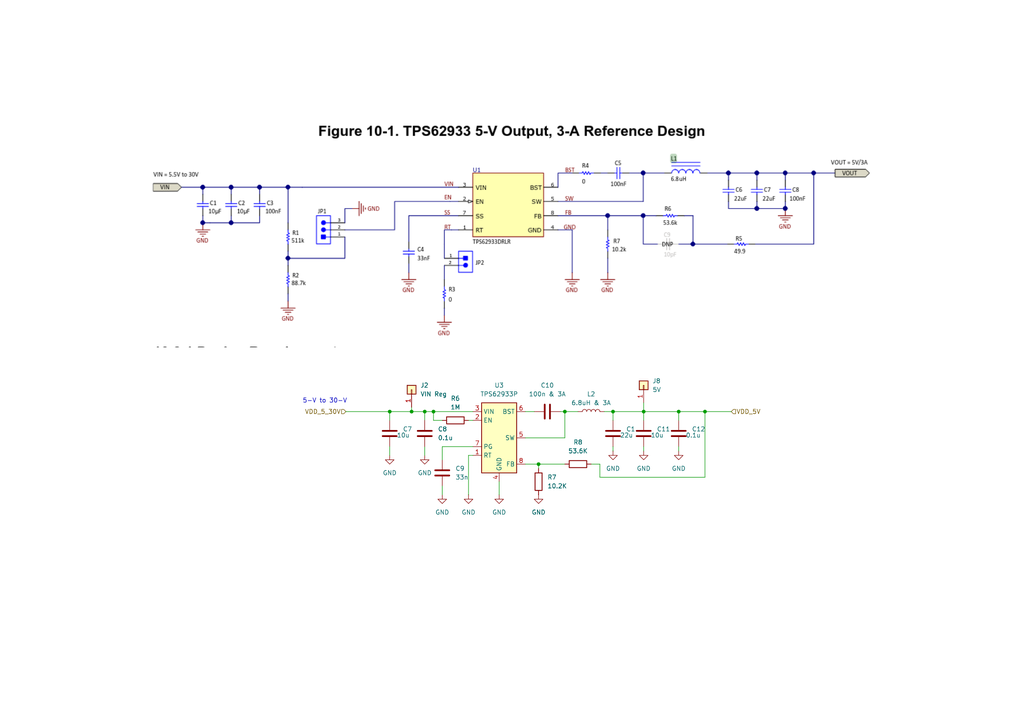
<source format=kicad_sch>
(kicad_sch (version 20231120) (generator "eeschema") (generator_version "8.0")
  (paper "A4")
  (lib_symbols
    (symbol "Connector_Generic:Conn_01x01" (pin_names (offset 1.016) hide)
      (property "Reference" "J" (at 0 2.54 0))
      (property "Value" "Conn_01x01" (at 0 -2.54 0))
      (symbol "Conn_01x01_1_1"
        (rectangle (start -1.27 0.127) (end 0 -0.127) (stroke (width 0.1524)))
        (rectangle (start -1.27 1.27) (end 1.27 -1.27) (stroke (width 0.254)) (fill (type background)))
        (pin passive line (at -5.08 0 0) (length 3.81) (name "Pin_1") (number "1"))
      )
    )
    (symbol "Device:C" (pin_numbers hide) (pin_names (offset 0.254))
      (property "Reference" "C" (at 0.635 2.54 0))
      (property "Value" "C" (at 0.635 -2.54 0))
      (symbol "C_0_1"
        (polyline (pts (xy -2.032 -0.762) (xy 2.032 -0.762)) (stroke (width 0.508)))
        (polyline (pts (xy -2.032 0.762) (xy 2.032 0.762)) (stroke (width 0.508)))
      )
      (symbol "C_1_1"
        (pin passive line (at 0 3.81 270) (length 2.794) (name "~") (number "1"))
        (pin passive line (at 0 -3.81 90) (length 2.794) (name "~") (number "2"))
      )
    )
    (symbol "Device:L" (pin_numbers hide) (pin_names (offset 1.016) hide)
      (property "Reference" "L" (at -1.27 0 90))
      (property "Value" "L" (at 1.905 0 90))
      (symbol "L_0_1"
        (arc (start 0 -2.54) (mid 0.6323 -1.905) (end 0 -1.27))
        (arc (start 0 -1.27) (mid 0.6323 -0.635) (end 0 0))
        (arc (start 0 0) (mid 0.6323 0.635) (end 0 1.27))
        (arc (start 0 1.27) (mid 0.6323 1.905) (end 0 2.54))
      )
      (symbol "L_1_1"
        (pin passive line (at 0 3.81 270) (length 1.27) (name "1") (number "1"))
        (pin passive line (at 0 -3.81 90) (length 1.27) (name "2") (number "2"))
      )
    )
    (symbol "Device:R" (pin_numbers hide) (pin_names (offset 0))
      (property "Reference" "R" (at 2.032 0 90))
      (property "Value" "R" (at 0 0 90))
      (symbol "R_0_1"
        (rectangle (start -1.016 -2.54) (end 1.016 2.54) (stroke (width 0.254)))
      )
      (symbol "R_1_1"
        (pin passive line (at 0 3.81 270) (length 1.27) (name "~") (number "1"))
        (pin passive line (at 0 -3.81 90) (length 1.27) (name "~") (number "2"))
      )
    )
    (symbol "Regulator_Switching:TPS62933P"
      (property "Reference" "U" (at 0 13.97 0))
      (property "Value" "TPS62933P" (at 0 11.43 0))
      (symbol "TPS62933P_0_1"
        (rectangle (start -5.08 10.16) (end 5.08 -10.16) (stroke (width 0.254)) (fill (type background)))
      )
      (symbol "TPS62933P_1_1"
        (pin passive line (at -7.62 -5.08 0) (length 2.54) (name "RT") (number "1"))
        (pin input line (at -7.62 5.08 0) (length 2.54) (name "EN") (number "2"))
        (pin power_in line (at -7.62 7.62 0) (length 2.54) (name "VIN") (number "3"))
        (pin power_in line (at 0 -12.7 90) (length 2.54) (name "GND") (number "4"))
        (pin output line (at 7.62 0 180) (length 2.54) (name "SW") (number "5"))
        (pin passive line (at 7.62 7.62 180) (length 2.54) (name "BST") (number "6"))
        (pin open_collector line (at -7.62 -2.54 0) (length 2.54) (name "PG") (number "7"))
        (pin input line (at 7.62 -7.62 180) (length 2.54) (name "FB") (number "8"))
      )
    )
    (symbol "power:GND" (power) (pin_numbers hide) (pin_names (offset 0) hide)
      (property "Value" "GND" (at 0 -3.81 0))
      (symbol "GND_0_1"
        (polyline (pts (xy 0 0) (xy 0 -1.27) (xy 1.27 -1.27) (xy 0 -2.54) (xy -1.27 -1.27) (xy 0 -1.27)))
      )
      (symbol "GND_1_1"
        (pin power_in line (at 0 0 270) (length 0) (name "~") (number "1"))
      )
    )
  )
  (junction (at 177.8 119.38))
  (junction (at 113.03 119.38))
  (junction (at 186.69 119.38))
  (junction (at 196.85 119.38))
  (junction (at 123.19 119.38))
  (junction (at 204.47 119.38))
  (junction (at 119.38 119.38))
  (junction (at 125.73 119.38))
  (junction (at 156.21 134.62))
  (junction (at 163.83 119.38))
  (wire (pts (xy 128.27 140.97) (xy 128.27 143.51)))
  (wire (pts (xy 100.33 119.38) (xy 113.03 119.38)))
  (wire (pts (xy 113.03 129.54) (xy 113.03 132.08)))
  (wire (pts (xy 128.27 129.54) (xy 137.16 129.54)))
  (wire (pts (xy 152.4 127) (xy 163.83 127)))
  (wire (pts (xy 204.47 119.38) (xy 212.09 119.38)))
  (wire (pts (xy 135.89 121.92) (xy 137.16 121.92)))
  (wire (pts (xy 125.73 119.38) (xy 137.16 119.38)))
  (wire (pts (xy 113.03 119.38) (xy 113.03 121.92)))
  (wire (pts (xy 119.38 119.38) (xy 123.19 119.38)))
  (wire (pts (xy 175.26 119.38) (xy 177.8 119.38)))
  (wire (pts (xy 186.69 119.38) (xy 196.85 119.38)))
  (wire (pts (xy 163.83 127) (xy 163.83 119.38)))
  (wire (pts (xy 162.56 119.38) (xy 163.83 119.38)))
  (wire (pts (xy 113.03 119.38) (xy 119.38 119.38)))
  (wire (pts (xy 173.99 134.62) (xy 173.99 138.43)))
  (wire (pts (xy 196.85 119.38) (xy 204.47 119.38)))
  (wire (pts (xy 137.16 132.08) (xy 135.89 132.08)))
  (wire (pts (xy 177.8 119.38) (xy 186.69 119.38)))
  (wire (pts (xy 196.85 119.38) (xy 196.85 121.92)))
  (wire (pts (xy 152.4 119.38) (xy 154.94 119.38)))
  (wire (pts (xy 125.73 121.92) (xy 128.27 121.92)))
  (wire (pts (xy 144.78 143.51) (xy 144.78 139.7)))
  (wire (pts (xy 119.38 118.11) (xy 119.38 119.38)))
  (wire (pts (xy 156.21 134.62) (xy 156.21 135.89)))
  (wire (pts (xy 204.47 119.38) (xy 204.47 138.43)))
  (wire (pts (xy 163.83 119.38) (xy 167.64 119.38)))
  (wire (pts (xy 177.8 119.38) (xy 177.8 121.92)))
  (wire (pts (xy 186.69 116.84) (xy 186.69 119.38)))
  (wire (pts (xy 123.19 119.38) (xy 125.73 119.38)))
  (wire (pts (xy 128.27 133.35) (xy 128.27 129.54)))
  (wire (pts (xy 196.85 129.54) (xy 196.85 130.81)))
  (wire (pts (xy 152.4 134.62) (xy 156.21 134.62)))
  (wire (pts (xy 177.8 129.54) (xy 177.8 130.81)))
  (wire (pts (xy 173.99 138.43) (xy 204.47 138.43)))
  (wire (pts (xy 123.19 119.38) (xy 123.19 121.92)))
  (wire (pts (xy 186.69 129.54) (xy 186.69 130.81)))
  (wire (pts (xy 123.19 129.54) (xy 123.19 132.08)))
  (wire (pts (xy 135.89 132.08) (xy 135.89 143.51)))
  (wire (pts (xy 186.69 119.38) (xy 186.69 121.92)))
  (wire (pts (xy 173.99 134.62) (xy 171.45 134.62)))
  (wire (pts (xy 125.73 119.38) (xy 125.73 121.92)))
  (wire (pts (xy 156.21 134.62) (xy 163.83 134.62)))
  (image (at 148.59 67.31) (scale 2.17436))
  (text "5-V to 30-V" (at 94.234 116.332 0) (effects (font (size 1.27 1.27))))
  (hierarchical_label "VDD_5V" (shape input) (at 212.09 119.38 0))
  (hierarchical_label "VDD_5_30V" (shape input) (at 100.33 119.38 180))
  (symbol (lib_id "Device:R") (at 132.08 121.92 90) (unit 1)
    (property "Reference" "R6" (at 132.08 115.57 90))
    (property "Value" "1M" (at 132.08 118.11 90))
    (property "Footprint" "Resistor_SMD:R_0805_2012Metric_Pad1.20x1.40mm_HandSolder" (effects (hide yes)))
    (property "Description" "Resistor" (effects (hide yes)))
  )
  (symbol (lib_id "power:GND") (at 123.19 132.08 0) (unit 1)
    (property "Reference" "#PWR015" (effects (hide yes)))
    (property "Value" "GND" (at 123.19 137.16 0))
    (property "Description" "Power symbol creates a global label with name \"GND\" , ground" (effects (hide yes)))
  )
  (symbol (lib_id "power:GND") (at 135.89 143.51 0) (unit 1)
    (property "Reference" "#PWR017" (effects (hide yes)))
    (property "Value" "GND" (at 135.89 148.59 0))
    (property "Description" "Power symbol creates a global label with name \"GND\" , ground" (effects (hide yes)))
  )
  (symbol (lib_id "power:GND") (at 156.21 143.51 0) (unit 1)
    (property "Reference" "#PWR019" (effects (hide yes)))
    (property "Value" "GND" (at 156.21 148.59 0))
    (property "Description" "Power symbol creates a global label with name \"GND\" , ground" (effects (hide yes)))
  )
  (symbol (lib_id "power:GND") (at 177.8 130.81 0) (unit 1)
    (property "Reference" "#PWR013" (effects (hide yes)))
    (property "Value" "GND" (at 177.8 135.89 0))
    (property "Description" "Power symbol creates a global label with name \"GND\" , ground" (effects (hide yes)))
  )
  (symbol (lib_id "Device:C") (at 128.27 137.16 0) (unit 1)
    (property "Reference" "C9" (at 132.08 135.8899 0) (effects (justify left)))
    (property "Value" "33n" (at 132.08 138.4299 0) (effects (justify left)))
    (property "Footprint" "Capacitor_SMD:C_0805_2012Metric_Pad1.18x1.45mm_HandSolder" (effects (hide yes)))
    (property "Description" "Unpolarized capacitor" (effects (hide yes)))
  )
  (symbol (lib_id "Regulator_Switching:TPS62933P") (at 144.78 127 0) (unit 1)
    (property "Reference" "U3" (at 144.78 111.76 0))
    (property "Value" "TPS62933P" (at 144.78 114.3 0))
    (property "Footprint" "Package_TO_SOT_SMD:SOT-583-8" (effects (hide yes)))
    (property "Datasheet" "https://www.ti.com/lit/ds/symlink/tps62933.pdf" (effects (hide yes)))
    (property "Description" "3.8-30V, 3A Synchronous Buck Converters with pulse frequency modulation (PFM) and power good, SOT583-8" (effects (hide yes)))
  )
  (symbol (lib_id "Device:C") (at 158.75 119.38 90) (unit 1)
    (property "Reference" "C10" (at 158.75 111.76 90))
    (property "Value" "100n & 3A" (at 158.75 114.3 90))
    (property "Footprint" "Capacitor_SMD:C_0805_2012Metric_Pad1.18x1.45mm_HandSolder" (effects (hide yes)))
    (property "Description" "Unpolarized capacitor" (effects (hide yes)))
  )
  (symbol (lib_id "power:GND") (at 196.85 130.81 0) (unit 1)
    (property "Reference" "#PWR021" (effects (hide yes)))
    (property "Value" "GND" (at 196.85 135.89 0))
    (property "Description" "Power symbol creates a global label with name \"GND\" , ground" (effects (hide yes)))
  )
  (symbol (lib_id "Device:C") (at 177.8 125.73 0) (unit 1)
    (property "Reference" "C1" (at 181.61 124.4599 0) (effects (justify left)))
    (property "Value" "22u" (at 179.832 126.238 0) (effects (justify left)))
    (property "Footprint" "Capacitor_SMD:C_0805_2012Metric_Pad1.18x1.45mm_HandSolder" (effects (hide yes)))
    (property "Description" "Unpolarized capacitor" (effects (hide yes)))
  )
  (symbol (lib_id "Device:L") (at 171.45 119.38 90) (unit 1)
    (property "Reference" "L2" (at 171.45 114.3 90))
    (property "Value" "6.8uH & 3A" (at 171.45 116.84 90))
    (property "Footprint" "Inductor_SMD:L_1008_2520Metric_Pad1.43x2.20mm_HandSolder" (effects (hide yes)))
    (property "Description" "Inductor" (effects (hide yes)))
  )
  (symbol (lib_id "Device:R") (at 156.21 139.7 180) (unit 1)
    (property "Reference" "R7" (at 158.75 138.4299 0) (effects (justify right)))
    (property "Value" "10.2K" (at 158.75 140.9699 0) (effects (justify right)))
    (property "Footprint" "Resistor_SMD:R_0805_2012Metric_Pad1.20x1.40mm_HandSolder" (effects (hide yes)))
    (property "Description" "Resistor" (effects (hide yes)))
  )
  (symbol (lib_id "power:GND") (at 144.78 143.51 0) (unit 1)
    (property "Reference" "#PWR018" (effects (hide yes)))
    (property "Value" "GND" (at 144.78 148.59 0))
    (property "Description" "Power symbol creates a global label with name \"GND\" , ground" (effects (hide yes)))
  )
  (symbol (lib_id "Device:C") (at 123.19 125.73 0) (unit 1)
    (property "Reference" "C8" (at 127 124.4599 0) (effects (justify left)))
    (property "Value" "0.1u" (at 127 126.9999 0) (effects (justify left)))
    (property "Footprint" "Capacitor_SMD:C_0805_2012Metric_Pad1.18x1.45mm_HandSolder" (effects (hide yes)))
    (property "Description" "Unpolarized capacitor" (effects (hide yes)))
  )
  (symbol (lib_id "power:GND") (at 186.69 130.81 0) (unit 1)
    (property "Reference" "#PWR020" (effects (hide yes)))
    (property "Value" "GND" (at 186.69 135.89 0))
    (property "Description" "Power symbol creates a global label with name \"GND\" , ground" (effects (hide yes)))
  )
  (symbol (lib_id "Connector_Generic:Conn_01x01") (at 119.38 113.03 90) (unit 1)
    (property "Reference" "J2" (at 121.92 111.7599 90) (effects (justify right)))
    (property "Value" "VIN Reg" (at 121.92 114.2999 90) (effects (justify right)))
    (property "Footprint" "Connector_PinHeader_1.00mm:PinHeader_1x01_P1.00mm_Vertical" (effects (hide yes)))
    (property "Description" "Generic connector, single row, 01x01, script generated (kicad-library-utils/schlib/autogen/connector/)" (effects (hide yes)))
  )
  (symbol (lib_id "Connector_Generic:Conn_01x01") (at 186.69 111.76 90) (unit 1)
    (property "Reference" "J8" (at 189.23 110.4899 90) (effects (justify right)))
    (property "Value" "5V" (at 189.23 113.0299 90) (effects (justify right)))
    (property "Footprint" "Connector_PinHeader_1.00mm:PinHeader_1x01_P1.00mm_Vertical" (effects (hide yes)))
    (property "Description" "Generic connector, single row, 01x01, script generated (kicad-library-utils/schlib/autogen/connector/)" (effects (hide yes)))
  )
  (symbol (lib_id "power:GND") (at 128.27 143.51 0) (unit 1)
    (property "Reference" "#PWR016" (effects (hide yes)))
    (property "Value" "GND" (at 128.27 148.59 0))
    (property "Description" "Power symbol creates a global label with name \"GND\" , ground" (effects (hide yes)))
  )
  (symbol (lib_id "Device:R") (at 167.64 134.62 90) (unit 1)
    (property "Reference" "R8" (at 167.64 128.27 90))
    (property "Value" "53.6K" (at 167.64 130.81 90))
    (property "Footprint" "Resistor_SMD:R_0805_2012Metric_Pad1.20x1.40mm_HandSolder" (effects (hide yes)))
    (property "Description" "Resistor" (effects (hide yes)))
  )
  (symbol (lib_id "power:GND") (at 113.03 132.08 0) (unit 1)
    (property "Reference" "#PWR014" (effects (hide yes)))
    (property "Value" "GND" (at 113.03 137.16 0))
    (property "Description" "Power symbol creates a global label with name \"GND\" , ground" (effects (hide yes)))
  )
  (symbol (lib_id "Device:C") (at 186.69 125.73 0) (unit 1)
    (property "Reference" "C11" (at 190.5 124.4599 0) (effects (justify left)))
    (property "Value" "10u" (at 188.722 126.238 0) (effects (justify left)))
    (property "Footprint" "Capacitor_SMD:C_0805_2012Metric_Pad1.18x1.45mm_HandSolder" (effects (hide yes)))
    (property "Description" "Unpolarized capacitor" (effects (hide yes)))
  )
  (symbol (lib_id "Device:C") (at 113.03 125.73 0) (unit 1)
    (property "Reference" "C7" (at 116.84 124.4599 0) (effects (justify left)))
    (property "Value" "10u" (at 115.062 126.238 0) (effects (justify left)))
    (property "Footprint" "Capacitor_SMD:C_0805_2012Metric_Pad1.18x1.45mm_HandSolder" (effects (hide yes)))
    (property "Description" "Unpolarized capacitor" (effects (hide yes)))
  )
  (symbol (lib_id "Device:C") (at 196.85 125.73 0) (unit 1)
    (property "Reference" "C12" (at 200.66 124.4599 0) (effects (justify left)))
    (property "Value" "0.1u" (at 198.882 126.238 0) (effects (justify left)))
    (property "Footprint" "Capacitor_SMD:C_0805_2012Metric_Pad1.18x1.45mm_HandSolder" (effects (hide yes)))
    (property "Description" "Unpolarized capacitor" (effects (hide yes)))
  )
)
</source>
